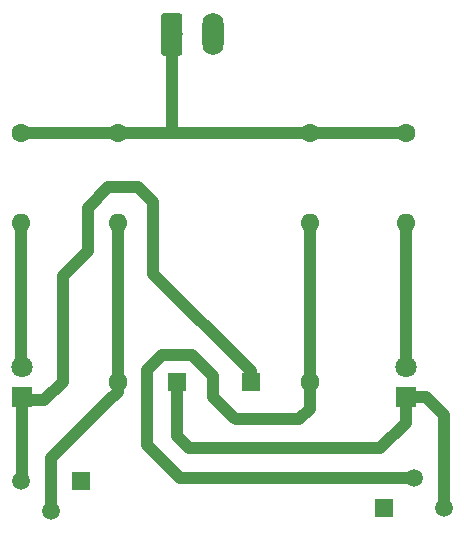
<source format=gbr>
G04 #@! TF.GenerationSoftware,KiCad,Pcbnew,5.1.2-f72e74a~84~ubuntu18.04.1*
G04 #@! TF.CreationDate,2019-05-20T02:28:01+03:00*
G04 #@! TF.ProjectId,NPN_multivibr,4e504e5f-6d75-46c7-9469-766962722e6b,rev?*
G04 #@! TF.SameCoordinates,Original*
G04 #@! TF.FileFunction,Copper,L2,Bot*
G04 #@! TF.FilePolarity,Positive*
%FSLAX46Y46*%
G04 Gerber Fmt 4.6, Leading zero omitted, Abs format (unit mm)*
G04 Created by KiCad (PCBNEW 5.1.2-f72e74a~84~ubuntu18.04.1) date 2019-05-20 02:28:01*
%MOMM*%
%LPD*%
G04 APERTURE LIST*
%ADD10O,1.600000X1.600000*%
%ADD11C,1.600000*%
%ADD12R,1.500000X1.500000*%
%ADD13C,1.500000*%
%ADD14O,1.800000X3.600000*%
%ADD15C,0.100000*%
%ADD16C,1.800000*%
%ADD17R,1.600000X1.600000*%
%ADD18R,1.800000X1.800000*%
%ADD19C,1.000000*%
G04 APERTURE END LIST*
D10*
X6604000Y28702000D03*
D11*
X6604000Y36322000D03*
D10*
X39141400Y28702000D03*
D11*
X39141400Y36322000D03*
D10*
X14757400Y28702000D03*
D11*
X14757400Y36322000D03*
D10*
X31013400Y28702000D03*
D11*
X31013400Y36322000D03*
D12*
X37338000Y4572000D03*
D13*
X42418000Y4572000D03*
X39878000Y7112000D03*
D12*
X11684000Y6858000D03*
D13*
X6604000Y6858000D03*
X9144000Y4318000D03*
D14*
X22829400Y44704000D03*
D15*
G36*
X20003904Y46502796D02*
G01*
X20028173Y46499196D01*
X20051971Y46493235D01*
X20075071Y46484970D01*
X20097249Y46474480D01*
X20118293Y46461867D01*
X20137998Y46447253D01*
X20156177Y46430777D01*
X20172653Y46412598D01*
X20187267Y46392893D01*
X20199880Y46371849D01*
X20210370Y46349671D01*
X20218635Y46326571D01*
X20224596Y46302773D01*
X20228196Y46278504D01*
X20229400Y46254000D01*
X20229400Y43154000D01*
X20228196Y43129496D01*
X20224596Y43105227D01*
X20218635Y43081429D01*
X20210370Y43058329D01*
X20199880Y43036151D01*
X20187267Y43015107D01*
X20172653Y42995402D01*
X20156177Y42977223D01*
X20137998Y42960747D01*
X20118293Y42946133D01*
X20097249Y42933520D01*
X20075071Y42923030D01*
X20051971Y42914765D01*
X20028173Y42908804D01*
X20003904Y42905204D01*
X19979400Y42904000D01*
X18679400Y42904000D01*
X18654896Y42905204D01*
X18630627Y42908804D01*
X18606829Y42914765D01*
X18583729Y42923030D01*
X18561551Y42933520D01*
X18540507Y42946133D01*
X18520802Y42960747D01*
X18502623Y42977223D01*
X18486147Y42995402D01*
X18471533Y43015107D01*
X18458920Y43036151D01*
X18448430Y43058329D01*
X18440165Y43081429D01*
X18434204Y43105227D01*
X18430604Y43129496D01*
X18429400Y43154000D01*
X18429400Y46254000D01*
X18430604Y46278504D01*
X18434204Y46302773D01*
X18440165Y46326571D01*
X18448430Y46349671D01*
X18458920Y46371849D01*
X18471533Y46392893D01*
X18486147Y46412598D01*
X18502623Y46430777D01*
X18520802Y46447253D01*
X18540507Y46461867D01*
X18561551Y46474480D01*
X18583729Y46484970D01*
X18606829Y46493235D01*
X18630627Y46499196D01*
X18654896Y46502796D01*
X18679400Y46504000D01*
X19979400Y46504000D01*
X20003904Y46502796D01*
X20003904Y46502796D01*
G37*
D16*
X19329400Y44704000D03*
D11*
X14761200Y15240000D03*
D17*
X19761200Y15240000D03*
X26009600Y15240000D03*
D11*
X31009600Y15240000D03*
D16*
X39141400Y16510000D03*
D18*
X39141400Y13970000D03*
X6629400Y13970000D03*
D16*
X6629400Y16510000D03*
D19*
X19329400Y44754800D02*
X19329400Y36372800D01*
X6629400Y36322000D02*
X19329400Y36322000D01*
X19329400Y36322000D02*
X39141400Y36322000D01*
X6604000Y16281400D02*
X6629400Y16256000D01*
X6604000Y28702000D02*
X6604000Y16281400D01*
X31013400Y15243800D02*
X31009600Y15240000D01*
X31013400Y28702000D02*
X31013400Y15243800D01*
X30095200Y12141200D02*
X24739600Y12141200D01*
X22860000Y13970000D02*
X22860000Y15748000D01*
X17272000Y9906000D02*
X20066000Y7112000D01*
X24587200Y12242800D02*
X22860000Y13970000D01*
X22860000Y15748000D02*
X21082000Y17526000D01*
X21082000Y17526000D02*
X18542000Y17526000D01*
X18542000Y17526000D02*
X17272000Y16256000D01*
X20066000Y7112000D02*
X39878000Y7112000D01*
X17272000Y16256000D02*
X17272000Y9906000D01*
X31009600Y13026400D02*
X30124400Y12141200D01*
X31009600Y15240000D02*
X31009600Y13026400D01*
X14757400Y14431000D02*
X14761200Y14427200D01*
X14757400Y28702000D02*
X14757400Y14431000D01*
X13961201Y13627201D02*
X14761200Y14427200D01*
X9144000Y8810000D02*
X13961201Y13627201D01*
X9144000Y4318000D02*
X9144000Y8810000D01*
X39141400Y16256000D02*
X39141400Y28702000D01*
X8529400Y13716000D02*
X6629400Y13716000D01*
X10109200Y15295800D02*
X8529400Y13716000D01*
X12217400Y26339800D02*
X10109200Y24231600D01*
X10109200Y24231600D02*
X10109200Y15295800D01*
X12217400Y29997400D02*
X12217400Y26339800D01*
X17780000Y24456800D02*
X17780000Y30480000D01*
X17780000Y30480000D02*
X16510000Y31750000D01*
X16510000Y31750000D02*
X13970000Y31750000D01*
X26009600Y16227200D02*
X17780000Y24456800D01*
X13970000Y31750000D02*
X12217400Y29997400D01*
X6629400Y6883400D02*
X6604000Y6858000D01*
X6629400Y13716000D02*
X6629400Y6883400D01*
X26009600Y15240000D02*
X26009600Y16227200D01*
X40894000Y13970000D02*
X42418000Y12446000D01*
X19761200Y10718800D02*
X20828000Y9652000D01*
X19761200Y15240000D02*
X19761200Y10718800D01*
X20828000Y9652000D02*
X36977400Y9652000D01*
X36977400Y9652000D02*
X39141400Y11816000D01*
X39141400Y11816000D02*
X39141400Y13970000D01*
X42418000Y12446000D02*
X42418000Y4572000D01*
X39141400Y13970000D02*
X40894000Y13970000D01*
M02*

</source>
